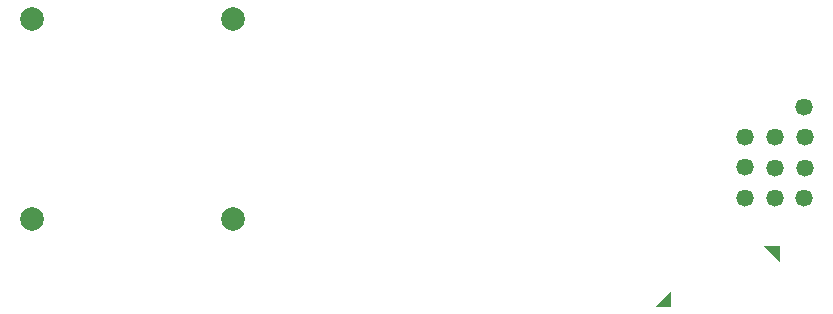
<source format=gbs>
G04 Layer_Color=16711935*
%FSAX42Y42*%
%MOMM*%
G71*
G01*
G75*
%ADD42C,2.00*%
%ADD44C,1.47*%
G36*
X011309Y004913D02*
X011174D01*
X011309Y005048D01*
Y004913D01*
D02*
G37*
G36*
X012236Y005287D02*
X012101Y005422D01*
X012236D01*
Y005287D01*
D02*
G37*
D42*
X005900Y007350D02*
D03*
X007606Y007349D02*
D03*
Y005650D02*
D03*
X005900Y005651D02*
D03*
D44*
X012446Y006083D02*
D03*
X012192Y005835D02*
D03*
X012446Y006350D02*
D03*
X012443Y005835D02*
D03*
X012191Y006350D02*
D03*
X012443Y006600D02*
D03*
X012192Y006088D02*
D03*
X011938Y006093D02*
D03*
Y005835D02*
D03*
Y006350D02*
D03*
M02*

</source>
